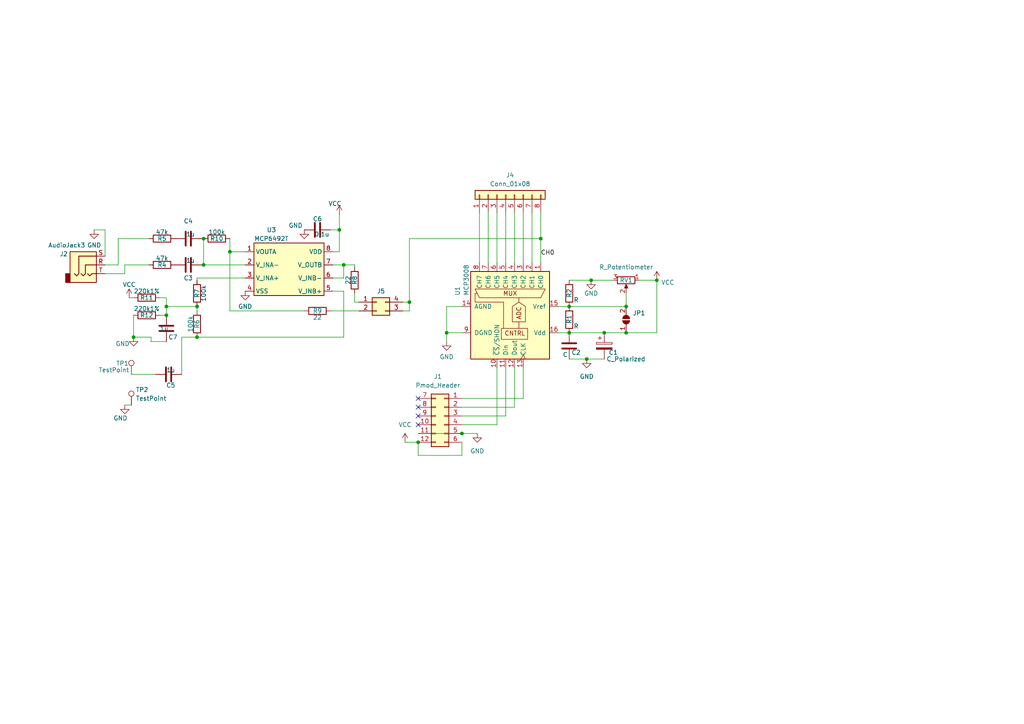
<source format=kicad_sch>
(kicad_sch (version 20230121) (generator eeschema)
  (paper "A4")
  (lib_symbols
    (symbol "Analog_ADC:MCP3008" (pin_names (offset 1.016))
      (property "Reference" "U" (at -5.08 13.335 0))
      (property "Value" "MCP3008" (at -5.08 11.43 0))
      (symbol "MCP3008_0_0"
        (text "ADC" (at -0.635 1.27 0) (effects (font (size 1.27 1.27))))
        (text "CNTRL" (at 5.969 -2.921 900) (effects (font (size 1.27 1.27)) (justify left bottom)))
        (text "MUX" (at -6.35 -1.27 900) (effects (font (size 1.27 1.27))))
      )
      (symbol "MCP3008_0_1"
        (polyline (pts (xy -3.81 1.27) (xy -5.08 1.27)))
        (polyline (pts (xy 1.905 1.27) (xy 3.81 1.27)))
        (polyline (pts (xy -7.62 8.89) (xy -7.62 -11.43) (xy -5.08 -10.16) (xy -5.08 7.62) (xy -7.62 8.89)))
        (polyline (pts (xy 3.81 -3.175) (xy -3.81 -3.175) (xy -3.81 -11.43) (xy -6.35 -11.43) (xy -6.35 -10.795)))
        (polyline (pts (xy 1.905 3.175) (xy 1.905 -0.635) (xy -2.54 -0.635) (xy -3.81 1.27) (xy -2.54 3.175) (xy 1.905 3.175)))
        (rectangle (start 3.81 -3.81) (end 6.985 3.81))
        (rectangle (start 12.7 -12.7) (end -12.7 10.16) (stroke (width 0.254)) (fill (type background)))
      )
      (symbol "MCP3008_1_1"
        (pin input line (at -15.24 7.62 0) (length 2.54) (name "CH0") (number "1"))
        (pin input line (at 15.24 -5.08 180) (length 2.54) (name "~{CS}/SHDN") (number "10"))
        (pin input line (at 15.24 -2.54 180) (length 2.54) (name "Din") (number "11"))
        (pin output line (at 15.24 0 180) (length 2.54) (name "Dout") (number "12"))
        (pin input clock (at 15.24 2.54 180) (length 2.54) (name "CLK") (number "13"))
        (pin power_in line (at -2.54 -15.24 90) (length 2.54) (name "AGND") (number "14"))
        (pin power_in line (at -2.54 12.7 270) (length 2.54) (name "Vref") (number "15"))
        (pin power_in line (at 5.08 12.7 270) (length 2.54) (name "Vdd") (number "16"))
        (pin input line (at -15.24 5.08 0) (length 2.54) (name "CH1") (number "2"))
        (pin input line (at -15.24 2.54 0) (length 2.54) (name "CH2") (number "3"))
        (pin input line (at -15.24 0 0) (length 2.54) (name "CH3") (number "4"))
        (pin input line (at -15.24 -2.54 0) (length 2.54) (name "CH4") (number "5"))
        (pin input line (at -15.24 -5.08 0) (length 2.54) (name "CH5") (number "6"))
        (pin input line (at -15.24 -7.62 0) (length 2.54) (name "CH6") (number "7"))
        (pin input line (at -15.24 -10.16 0) (length 2.54) (name "CH7") (number "8"))
        (pin power_in line (at 5.08 -15.24 90) (length 2.54) (name "DGND") (number "9"))
      )
    )
    (symbol "Connector:TestPoint" (pin_numbers hide) (pin_names (offset 0.762) hide)
      (property "Reference" "TP" (at 0 6.858 0))
      (property "Value" "TestPoint" (at 0 5.08 0))
      (symbol "TestPoint_0_1"
        (circle (center 0 3.302) (radius 0.762))
      )
      (symbol "TestPoint_1_1"
        (pin passive line (at 0 0 90) (length 2.54) (name "1") (number "1"))
      )
    )
    (symbol "Connector_Audio:AudioJack3"
      (property "Reference" "J" (at 0 8.89 0))
      (property "Value" "AudioJack3" (at 0 6.35 0))
      (symbol "AudioJack3_0_1"
        (rectangle (start -5.08 -5.08) (end -6.35 -2.54) (stroke (width 0.254)) (fill (type outline)))
        (polyline (pts (xy 0 -2.54) (xy 0.635 -3.175) (xy 1.27 -2.54) (xy 2.54 -2.54)) (stroke (width 0.254)))
        (polyline (pts (xy -1.905 -2.54) (xy -1.27 -3.175) (xy -0.635 -2.54) (xy -0.635 0) (xy 2.54 0)) (stroke (width 0.254)))
        (polyline (pts (xy 2.54 2.54) (xy -2.54 2.54) (xy -2.54 -2.54) (xy -3.175 -3.175) (xy -3.81 -2.54)) (stroke (width 0.254)))
        (rectangle (start 2.54 3.81) (end -5.08 -5.08) (stroke (width 0.254)) (fill (type background)))
      )
      (symbol "AudioJack3_1_1"
        (pin passive line (at 5.08 0 180) (length 2.54) (name "~") (number "R"))
        (pin passive line (at 5.08 2.54 180) (length 2.54) (name "~") (number "S"))
        (pin passive line (at 5.08 -2.54 180) (length 2.54) (name "~") (number "T"))
      )
    )
    (symbol "Connector_Generic:Conn_01x08" (pin_names (offset 1.016) hide)
      (property "Reference" "J" (at 0 10.16 0))
      (property "Value" "Conn_01x08" (at 0 -12.7 0))
      (symbol "Conn_01x08_1_1"
        (rectangle (start -1.27 -10.033) (end 0 -10.287) (stroke (width 0.1524)))
        (rectangle (start -1.27 -7.493) (end 0 -7.747) (stroke (width 0.1524)))
        (rectangle (start -1.27 -4.953) (end 0 -5.207) (stroke (width 0.1524)))
        (rectangle (start -1.27 -2.413) (end 0 -2.667) (stroke (width 0.1524)))
        (rectangle (start -1.27 0.127) (end 0 -0.127) (stroke (width 0.1524)))
        (rectangle (start -1.27 2.667) (end 0 2.413) (stroke (width 0.1524)))
        (rectangle (start -1.27 5.207) (end 0 4.953) (stroke (width 0.1524)))
        (rectangle (start -1.27 7.747) (end 0 7.493) (stroke (width 0.1524)))
        (rectangle (start -1.27 8.89) (end 1.27 -11.43) (stroke (width 0.254)) (fill (type background)))
        (pin passive line (at -5.08 7.62 0) (length 3.81) (name "Pin_1") (number "1"))
        (pin passive line (at -5.08 5.08 0) (length 3.81) (name "Pin_2") (number "2"))
        (pin passive line (at -5.08 2.54 0) (length 3.81) (name "Pin_3") (number "3"))
        (pin passive line (at -5.08 0 0) (length 3.81) (name "Pin_4") (number "4"))
        (pin passive line (at -5.08 -2.54 0) (length 3.81) (name "Pin_5") (number "5"))
        (pin passive line (at -5.08 -5.08 0) (length 3.81) (name "Pin_6") (number "6"))
        (pin passive line (at -5.08 -7.62 0) (length 3.81) (name "Pin_7") (number "7"))
        (pin passive line (at -5.08 -10.16 0) (length 3.81) (name "Pin_8") (number "8"))
      )
    )
    (symbol "Connector_Generic:Conn_02x02_Counter_Clockwise" (pin_names (offset 1.016) hide)
      (property "Reference" "J" (at 1.27 2.54 0))
      (property "Value" "Conn_02x02_Counter_Clockwise" (at 1.27 -5.08 0))
      (symbol "Conn_02x02_Counter_Clockwise_1_1"
        (rectangle (start -1.27 -2.413) (end 0 -2.667) (stroke (width 0.1524)))
        (rectangle (start -1.27 0.127) (end 0 -0.127) (stroke (width 0.1524)))
        (rectangle (start -1.27 1.27) (end 3.81 -3.81) (stroke (width 0.254)) (fill (type background)))
        (rectangle (start 3.81 -2.413) (end 2.54 -2.667) (stroke (width 0.1524)))
        (rectangle (start 3.81 0.127) (end 2.54 -0.127) (stroke (width 0.1524)))
        (pin passive line (at -5.08 0 0) (length 3.81) (name "Pin_1") (number "1"))
        (pin passive line (at -5.08 -2.54 0) (length 3.81) (name "Pin_2") (number "2"))
        (pin passive line (at 7.62 -2.54 180) (length 3.81) (name "Pin_3") (number "3"))
        (pin passive line (at 7.62 0 180) (length 3.81) (name "Pin_4") (number "4"))
      )
    )
    (symbol "Device:C" (pin_numbers hide) (pin_names (offset 0.254))
      (property "Reference" "C" (at 0.635 2.54 0))
      (property "Value" "C" (at 0.635 -2.54 0))
      (symbol "C_0_1"
        (polyline (pts (xy -2.032 -0.762) (xy 2.032 -0.762)) (stroke (width 0.508)))
        (polyline (pts (xy -2.032 0.762) (xy 2.032 0.762)) (stroke (width 0.508)))
      )
      (symbol "C_1_1"
        (pin passive line (at 0 3.81 270) (length 2.794) (name "~") (number "1"))
        (pin passive line (at 0 -3.81 90) (length 2.794) (name "~") (number "2"))
      )
    )
    (symbol "Device:C_Polarized" (pin_numbers hide) (pin_names (offset 0.254))
      (property "Reference" "C" (at 0.635 2.54 0))
      (property "Value" "C_Polarized" (at 0.635 -2.54 0))
      (symbol "C_Polarized_0_1"
        (rectangle (start -2.286 0.508) (end 2.286 1.016))
        (polyline (pts (xy -1.778 2.286) (xy -0.762 2.286)))
        (polyline (pts (xy -1.27 2.794) (xy -1.27 1.778)))
        (rectangle (start 2.286 -0.508) (end -2.286 -1.016) (fill (type outline)))
      )
      (symbol "C_Polarized_1_1"
        (pin passive line (at 0 3.81 270) (length 2.794) (name "~") (number "1"))
        (pin passive line (at 0 -3.81 90) (length 2.794) (name "~") (number "2"))
      )
    )
    (symbol "Device:R" (pin_numbers hide) (pin_names (offset 0))
      (property "Reference" "R" (at 2.032 0 90))
      (property "Value" "R" (at 0 0 90))
      (symbol "R_0_1"
        (rectangle (start -1.016 -2.54) (end 1.016 2.54) (stroke (width 0.254)))
      )
      (symbol "R_1_1"
        (pin passive line (at 0 3.81 270) (length 1.27) (name "~") (number "1"))
        (pin passive line (at 0 -3.81 90) (length 1.27) (name "~") (number "2"))
      )
    )
    (symbol "Device:R_Potentiometer" (pin_names (offset 1.016) hide)
      (property "Reference" "RV" (at -4.445 0 90))
      (property "Value" "R_Potentiometer" (at -2.54 0 90))
      (symbol "R_Potentiometer_0_1"
        (polyline (pts (xy 2.54 0) (xy 1.524 0)))
        (polyline (pts (xy 1.143 0) (xy 2.286 0.508) (xy 2.286 -0.508) (xy 1.143 0)) (fill (type outline)))
        (rectangle (start 1.016 2.54) (end -1.016 -2.54) (stroke (width 0.254)))
      )
      (symbol "R_Potentiometer_1_1"
        (pin passive line (at 0 3.81 270) (length 1.27) (name "1") (number "1"))
        (pin passive line (at 3.81 0 180) (length 1.27) (name "2") (number "2"))
        (pin passive line (at 0 -3.81 90) (length 1.27) (name "3") (number "3"))
      )
    )
    (symbol "Jumper:SolderJumper_2_Open" (pin_names (offset 0) hide)
      (property "Reference" "JP" (at 0 2.032 0))
      (property "Value" "SolderJumper_2_Open" (at 0 -2.54 0))
      (symbol "SolderJumper_2_Open_0_1"
        (arc (start -0.254 1.016) (mid -1.2656 0) (end -0.254 -1.016))
        (arc (start -0.254 1.016) (mid -1.2656 0) (end -0.254 -1.016) (fill (type outline)))
        (polyline (pts (xy -0.254 1.016) (xy -0.254 -1.016)))
        (polyline (pts (xy 0.254 1.016) (xy 0.254 -1.016)))
        (arc (start 0.254 -1.016) (mid 1.2656 0) (end 0.254 1.016))
        (arc (start 0.254 -1.016) (mid 1.2656 0) (end 0.254 1.016) (fill (type outline)))
      )
      (symbol "SolderJumper_2_Open_1_1"
        (pin passive line (at -3.81 0 0) (length 2.54) (name "A") (number "1"))
        (pin passive line (at 3.81 0 180) (length 2.54) (name "B") (number "2"))
      )
    )
    (symbol "Library:MCP6492T"
      (property "Reference" "U" (at 3.81 11.43 0))
      (property "Value" "MCP6492T" (at 3.81 8.89 0))
      (symbol "MCP6492T_0_1"
        (rectangle (start -10.16 -7.62) (end 10.16 7.62) (stroke (width 0.254)) (fill (type background)))
      )
      (symbol "MCP6492T_1_1"
        (pin output line (at -12.7 5.08 0) (length 2.54) (name "VOUTA") (number "1"))
        (pin input line (at -12.7 1.27 0) (length 2.54) (name "V_INA-") (number "2"))
        (pin input line (at -12.7 -2.54 0) (length 2.54) (name "V_INA+") (number "3"))
        (pin passive line (at -12.7 -6.35 0) (length 2.54) (name "VSS") (number "4"))
        (pin input line (at 12.7 -6.35 180) (length 2.54) (name "V_INB+") (number "5"))
        (pin input line (at 12.7 -2.54 180) (length 2.54) (name "V_INB-") (number "6"))
        (pin output line (at 12.7 1.27 180) (length 2.54) (name "V_OUTB") (number "7"))
        (pin power_in line (at 12.7 5.08 180) (length 2.54) (name "VDD") (number "8"))
      )
    )
    (symbol "MyLibrary:Pmod_Header" (pin_names (offset 1.016) hide)
      (property "Reference" "J" (at 1.27 7.62 0))
      (property "Value" "Pmod_Header" (at 1.27 -10.16 0))
      (symbol "Pmod_Header_1_1"
        (rectangle (start -1.27 -7.493) (end 0 -7.747) (stroke (width 0.1524)))
        (rectangle (start -1.27 -4.953) (end 0 -5.207) (stroke (width 0.1524)))
        (rectangle (start -1.27 -2.413) (end 0 -2.667) (stroke (width 0.1524)))
        (rectangle (start -1.27 0.127) (end 0 -0.127) (stroke (width 0.1524)))
        (rectangle (start -1.27 2.667) (end 0 2.413) (stroke (width 0.1524)))
        (rectangle (start -1.27 5.207) (end 0 4.953) (stroke (width 0.1524)))
        (rectangle (start -1.27 6.35) (end 3.81 -8.89) (stroke (width 0.254)) (fill (type background)))
        (rectangle (start 3.81 -7.493) (end 2.54 -7.747) (stroke (width 0.1524)))
        (rectangle (start 3.81 -4.953) (end 2.54 -5.207) (stroke (width 0.1524)))
        (rectangle (start 3.81 -2.413) (end 2.54 -2.667) (stroke (width 0.1524)))
        (rectangle (start 3.81 0.127) (end 2.54 -0.127) (stroke (width 0.1524)))
        (rectangle (start 3.81 2.667) (end 2.54 2.413) (stroke (width 0.1524)))
        (rectangle (start 3.81 5.207) (end 2.54 4.953) (stroke (width 0.1524)))
        (pin passive line (at 7.62 5.08 180) (length 3.81) (name "Pin_1") (number "1"))
        (pin passive line (at -5.08 -2.54 0) (length 3.81) (name "Pin_10") (number "10"))
        (pin passive line (at -5.08 -5.08 0) (length 3.81) (name "Pin_11") (number "11"))
        (pin power_in line (at -5.08 -7.62 0) (length 3.81) (name "Pin_12") (number "12"))
        (pin passive line (at 7.62 2.54 180) (length 3.81) (name "Pin_2") (number "2"))
        (pin passive line (at 7.62 0 180) (length 3.81) (name "Pin_3") (number "3"))
        (pin passive line (at 7.62 -2.54 180) (length 3.81) (name "Pin_4") (number "4"))
        (pin passive line (at 7.62 -5.08 180) (length 3.81) (name "Pin_5") (number "5"))
        (pin power_in line (at 7.62 -7.62 180) (length 3.81) (name "Pin_6") (number "6"))
        (pin passive line (at -5.08 5.08 0) (length 3.81) (name "Pin_7") (number "7"))
        (pin passive line (at -5.08 2.54 0) (length 3.81) (name "Pin_8") (number "8"))
        (pin passive line (at -5.08 0 0) (length 3.81) (name "Pin_9") (number "9"))
      )
    )
    (symbol "power:GND" (power) (pin_names (offset 0))
      (property "Value" "GND" (at 0 -3.81 0))
      (symbol "GND_0_1"
        (polyline (pts (xy 0 0) (xy 0 -1.27) (xy 1.27 -1.27) (xy 0 -2.54) (xy -1.27 -1.27) (xy 0 -1.27)))
      )
      (symbol "GND_1_1"
        (pin power_in line (at 0 0 270) (length 0) hide (name "GND") (number "1"))
      )
    )
    (symbol "power:VCC" (power) (pin_names (offset 0))
      (property "Value" "VCC" (at 0 3.81 0))
      (symbol "VCC_0_1"
        (polyline (pts (xy -0.762 1.27) (xy 0 2.54)))
        (polyline (pts (xy 0 0) (xy 0 2.54)))
        (polyline (pts (xy 0 2.54) (xy 0.762 1.27)))
      )
      (symbol "VCC_1_1"
        (pin power_in line (at 0 0 90) (length 0) hide (name "VCC") (number "1"))
      )
    )
  )
  (junction (at 181.61 96.52))
  (junction (at 121.285 128.27))
  (junction (at 165.1 96.52))
  (junction (at 99.695 76.835))
  (junction (at 171.45 81.28))
  (junction (at 156.845 69.215))
  (junction (at 98.425 66.675))
  (junction (at 181.61 88.9))
  (junction (at 165.1 88.9))
  (junction (at 48.26 88.9))
  (junction (at 57.15 88.9))
  (junction (at 133.985 125.73))
  (junction (at 170.18 104.14))
  (junction (at 48.26 91.44))
  (junction (at 38.735 97.79))
  (junction (at 66.675 73.025))
  (junction (at 129.54 96.52))
  (junction (at 57.15 97.79))
  (junction (at 59.055 76.835))
  (junction (at 175.26 96.52))
  (junction (at 118.745 87.63))
  (junction (at 59.055 69.215))
  (junction (at 190.5 81.28))
  (no_connect (at 121.285 120.65))
  (no_connect (at 121.285 115.57))
  (no_connect (at 121.285 123.19))
  (no_connect (at 121.285 118.11))
  (wire (pts (xy 48.26 88.9) (xy 48.26 86.36)))
  (wire (pts (xy 102.87 87.63) (xy 104.14 87.63)))
  (wire (pts (xy 154.305 61.595) (xy 154.305 76.2)))
  (wire (pts (xy 146.685 120.65) (xy 146.685 106.68)))
  (wire (pts (xy 43.815 97.79) (xy 43.815 99.06)))
  (wire (pts (xy 34.29 76.835) (xy 30.48 76.835)))
  (wire (pts (xy 161.925 88.9) (xy 165.1 88.9)))
  (wire (pts (xy 118.745 69.215) (xy 156.845 69.215)))
  (wire (pts (xy 149.225 61.595) (xy 149.225 76.2)))
  (wire (pts (xy 118.745 87.63) (xy 116.84 87.63)))
  (wire (pts (xy 117.475 128.27) (xy 121.285 128.27)))
  (wire (pts (xy 98.425 73.025) (xy 98.425 66.675)))
  (wire (pts (xy 98.425 66.675) (xy 98.425 62.23)))
  (wire (pts (xy 118.745 90.17) (xy 118.745 87.63)))
  (wire (pts (xy 165.1 88.9) (xy 181.61 88.9)))
  (wire (pts (xy 57.15 80.645) (xy 71.12 80.645)))
  (wire (pts (xy 30.48 79.375) (xy 36.195 79.375)))
  (wire (pts (xy 46.355 91.44) (xy 48.26 91.44)))
  (wire (pts (xy 34.29 69.215) (xy 34.29 76.835)))
  (wire (pts (xy 59.055 76.835) (xy 71.12 76.835)))
  (wire (pts (xy 57.15 88.9) (xy 57.15 90.17)))
  (wire (pts (xy 102.87 76.835) (xy 102.87 77.47)))
  (wire (pts (xy 34.29 69.215) (xy 43.18 69.215)))
  (wire (pts (xy 165.1 96.52) (xy 175.26 96.52)))
  (wire (pts (xy 52.705 108.585) (xy 52.705 97.79)))
  (wire (pts (xy 133.985 120.65) (xy 146.685 120.65)))
  (wire (pts (xy 151.765 61.595) (xy 151.765 76.2)))
  (wire (pts (xy 48.26 91.44) (xy 48.26 88.9)))
  (wire (pts (xy 146.685 61.595) (xy 146.685 76.2)))
  (wire (pts (xy 175.26 104.14) (xy 170.18 104.14)))
  (wire (pts (xy 27.305 66.675) (xy 30.48 66.675)))
  (wire (pts (xy 99.695 84.455) (xy 96.52 84.455)))
  (wire (pts (xy 96.52 73.025) (xy 98.425 73.025)))
  (wire (pts (xy 161.925 96.52) (xy 165.1 96.52)))
  (wire (pts (xy 37.465 86.36) (xy 38.735 86.36)))
  (wire (pts (xy 133.985 123.19) (xy 144.145 123.19)))
  (wire (pts (xy 156.845 61.595) (xy 156.845 69.215)))
  (wire (pts (xy 48.26 88.9) (xy 57.15 88.9)))
  (wire (pts (xy 139.065 61.595) (xy 139.065 76.2)))
  (wire (pts (xy 38.735 97.79) (xy 38.735 91.44)))
  (wire (pts (xy 57.15 81.28) (xy 57.15 80.645)))
  (wire (pts (xy 133.985 115.57) (xy 151.765 115.57)))
  (wire (pts (xy 165.1 81.28) (xy 171.45 81.28)))
  (wire (pts (xy 30.48 66.675) (xy 30.48 74.295)))
  (wire (pts (xy 121.285 128.27) (xy 121.285 132.08)))
  (wire (pts (xy 38.735 97.79) (xy 43.815 97.79)))
  (wire (pts (xy 175.26 96.52) (xy 181.61 96.52)))
  (wire (pts (xy 141.605 61.595) (xy 141.605 76.2)))
  (wire (pts (xy 181.61 96.52) (xy 190.5 96.52)))
  (wire (pts (xy 52.705 97.79) (xy 57.15 97.79)))
  (wire (pts (xy 171.45 81.28) (xy 177.8 81.28)))
  (wire (pts (xy 170.18 104.14) (xy 165.1 104.14)))
  (wire (pts (xy 102.87 85.09) (xy 102.87 87.63)))
  (wire (pts (xy 144.145 61.595) (xy 144.145 76.2)))
  (wire (pts (xy 66.675 73.025) (xy 66.675 90.17)))
  (wire (pts (xy 95.885 90.17) (xy 104.14 90.17)))
  (wire (pts (xy 190.5 81.28) (xy 190.5 96.52)))
  (wire (pts (xy 71.12 73.025) (xy 66.675 73.025)))
  (wire (pts (xy 96.52 76.835) (xy 99.695 76.835)))
  (wire (pts (xy 181.61 85.09) (xy 181.61 88.9)))
  (wire (pts (xy 58.42 69.215) (xy 59.055 69.215)))
  (wire (pts (xy 129.54 99.06) (xy 129.54 96.52)))
  (wire (pts (xy 99.695 80.645) (xy 96.52 80.645)))
  (wire (pts (xy 129.54 96.52) (xy 133.985 96.52)))
  (wire (pts (xy 129.54 96.52) (xy 129.54 88.9)))
  (wire (pts (xy 116.84 90.17) (xy 118.745 90.17)))
  (wire (pts (xy 99.695 97.79) (xy 99.695 84.455)))
  (wire (pts (xy 121.285 125.73) (xy 133.985 125.73)))
  (wire (pts (xy 95.885 66.675) (xy 98.425 66.675)))
  (wire (pts (xy 185.42 81.28) (xy 190.5 81.28)))
  (wire (pts (xy 121.285 132.08) (xy 133.985 132.08)))
  (wire (pts (xy 151.765 106.68) (xy 151.765 115.57)))
  (wire (pts (xy 144.145 123.19) (xy 144.145 106.68)))
  (wire (pts (xy 36.195 117.475) (xy 38.1 117.475)))
  (wire (pts (xy 133.985 125.73) (xy 138.43 125.73)))
  (wire (pts (xy 129.54 88.9) (xy 133.985 88.9)))
  (wire (pts (xy 149.225 118.11) (xy 149.225 106.68)))
  (wire (pts (xy 36.195 76.835) (xy 43.18 76.835)))
  (wire (pts (xy 48.26 86.36) (xy 46.355 86.36)))
  (wire (pts (xy 66.675 90.17) (xy 88.265 90.17)))
  (wire (pts (xy 133.985 118.11) (xy 149.225 118.11)))
  (wire (pts (xy 99.695 76.835) (xy 102.87 76.835)))
  (wire (pts (xy 58.42 76.835) (xy 59.055 76.835)))
  (wire (pts (xy 36.195 76.835) (xy 36.195 79.375)))
  (wire (pts (xy 59.055 69.215) (xy 59.055 76.835)))
  (wire (pts (xy 133.985 132.08) (xy 133.985 128.27)))
  (wire (pts (xy 43.815 99.06) (xy 48.26 99.06)))
  (wire (pts (xy 66.675 69.215) (xy 66.675 73.025)))
  (wire (pts (xy 118.745 87.63) (xy 118.745 69.215)))
  (wire (pts (xy 57.15 97.79) (xy 99.695 97.79)))
  (wire (pts (xy 156.845 69.215) (xy 156.845 76.2)))
  (wire (pts (xy 99.695 76.835) (xy 99.695 80.645)))
  (wire (pts (xy 38.1 108.585) (xy 45.085 108.585)))
  (label "CH0" (at 156.845 74.295 0))
  (symbol (lib_id "Device:C") (at 48.895 108.585 90) (unit 1)
    (property "Reference" "C5" (at 49.53 111.76 90))
    (property "Value" "1u" (at 49.53 107.315 90))
    (property "Footprint" "Capacitor_SMD:C_0603_1608Metric_Pad1.08x0.95mm_HandSolder" (effects hide))
  )
  (symbol (lib_id "Device:R") (at 46.99 69.215 90) (unit 1)
    (property "Reference" "R5" (at 46.99 69.215 90))
    (property "Value" "47k" (at 46.99 67.31 90))
    (property "Footprint" "Resistor_SMD:R_0603_1608Metric_Pad0.98x0.95mm_HandSolder" (effects hide))
  )
  (symbol (lib_id "Device:C") (at 48.26 95.25 180) (unit 1)
    (property "Reference" "C7" (at 50.165 97.79 0))
    (property "Value" "1u" (at 47.625 95.25 0))
    (property "Footprint" "Capacitor_SMD:C_0603_1608Metric_Pad1.08x0.95mm_HandSolder" (effects hide))
  )
  (symbol (lib_id "Device:R") (at 42.545 86.36 90) (unit 1)
    (property "Reference" "R11" (at 42.545 86.36 90))
    (property "Value" "220k1%" (at 42.545 84.455 90))
    (property "Footprint" "Resistor_SMD:R_0603_1608Metric_Pad0.98x0.95mm_HandSolder" (effects hide))
  )
  (symbol (lib_id "power:GND") (at 138.43 125.73 0) (unit 1)
    (property "Reference" "#PWR015" (effects hide))
    (property "Value" "GND" (at 138.43 130.81 0))
  )
  (symbol (lib_id "Connector:TestPoint") (at 38.1 117.475 0) (unit 1)
    (property "Reference" "TP2" (at 39.37 113.03 0) (effects (justify left)))
    (property "Value" "TestPoint" (at 39.37 115.57 0) (effects (justify left)))
    (property "Footprint" "TestPoint:TestPoint_THTPad_1.5x1.5mm_Drill0.7mm" (effects hide))
  )
  (symbol (lib_id "power:GND") (at 129.54 99.06 0) (unit 1)
    (property "Reference" "#PWR01" (effects hide))
    (property "Value" "GND" (at 129.54 103.505 0))
  )
  (symbol (lib_id "power:GND") (at 171.45 81.28 0) (unit 1)
    (property "Reference" "#PWR03" (effects hide))
    (property "Value" "GND" (at 171.45 85.09 0))
  )
  (symbol (lib_id "power:GND") (at 27.305 66.675 0) (unit 1)
    (property "Reference" "#PWR05" (effects hide))
    (property "Value" "GND" (at 27.305 71.12 0))
  )
  (symbol (lib_id "MyLibrary:Pmod_Header") (at 126.365 120.65 0) (unit 1)
    (property "Reference" "J1" (at 127 109.22 0))
    (property "Value" "Pmod_Header" (at 127 111.76 0))
    (property "Footprint" "Connector_PinHeader_2.54mm:PinHeader_2x06_P2.54mm_Horizontal" (effects hide))
  )
  (symbol (lib_id "Device:C") (at 54.61 76.835 90) (unit 1)
    (property "Reference" "C3" (at 54.61 80.645 90))
    (property "Value" "1u" (at 55.245 75.565 90))
    (property "Footprint" "Capacitor_SMD:C_0603_1608Metric_Pad1.08x0.95mm_HandSolder" (effects hide))
  )
  (symbol (lib_id "power:GND") (at 38.735 97.79 0) (unit 1)
    (property "Reference" "#PWR012" (effects hide))
    (property "Value" "GND" (at 35.56 99.695 0))
  )
  (symbol (lib_id "power:GND") (at 36.195 117.475 0) (unit 1)
    (property "Reference" "#PWR07" (effects hide))
    (property "Value" "GND" (at 34.925 121.285 0))
  )
  (symbol (lib_id "Device:R") (at 165.1 92.71 0) (unit 1)
    (property "Reference" "R1" (at 165.1 93.98 90) (effects (justify left)))
    (property "Value" "R" (at 166.37 94.615 0) (effects (justify left)))
    (property "Footprint" "Resistor_SMD:R_0603_1608Metric_Pad0.98x0.95mm_HandSolder" (effects hide))
  )
  (symbol (lib_id "Analog_ADC:MCP3008") (at 149.225 91.44 270) (unit 1)
    (property "Reference" "U1" (at 132.715 85.7503 0) (effects (justify right)))
    (property "Value" "MCP3008" (at 135.255 85.7503 0) (effects (justify right)))
    (property "Footprint" "Package_DIP:DIP-16_W7.62mm" (effects hide))
    (property "Datasheet" "http://ww1.microchip.com/downloads/en/DeviceDoc/21295d.pdf" (effects hide))
  )
  (symbol (lib_id "Device:C_Polarized") (at 175.26 100.33 0) (unit 1)
    (property "Reference" "C1" (at 176.53 102.235 0) (effects (justify left)))
    (property "Value" "C_Polarized" (at 175.895 104.14 0) (effects (justify left)))
    (property "Footprint" "Capacitor_THT:CP_Radial_D8.0mm_P3.50mm" (effects hide))
  )
  (symbol (lib_id "Device:R") (at 42.545 91.44 90) (unit 1)
    (property "Reference" "R12" (at 42.545 91.44 90))
    (property "Value" "220k1%" (at 42.545 89.535 90))
    (property "Footprint" "Resistor_SMD:R_0603_1608Metric_Pad0.98x0.95mm_HandSolder" (effects hide))
  )
  (symbol (lib_id "power:VCC") (at 98.425 62.23 0) (unit 1)
    (property "Reference" "#PWR08" (effects hide))
    (property "Value" "VCC" (at 97.155 59.055 0))
  )
  (symbol (lib_id "Library:MCP6492T") (at 83.82 78.105 0) (unit 1)
    (property "Reference" "U3" (at 78.74 66.675 0))
    (property "Value" "MCP6492T" (at 78.74 69.215 0))
    (property "Footprint" "Package_SO:SOIC-8_3.9x4.9mm_P1.27mm" (effects hide))
  )
  (symbol (lib_id "Connector:TestPoint") (at 38.1 108.585 0) (unit 1)
    (property "Reference" "TP1" (at 33.655 105.41 0) (effects (justify left)))
    (property "Value" "TestPoint" (at 28.575 107.315 0) (effects (justify left)))
    (property "Footprint" "TestPoint:TestPoint_THTPad_1.5x1.5mm_Drill0.7mm" (effects hide))
  )
  (symbol (lib_id "power:VCC") (at 37.465 86.36 0) (unit 1)
    (property "Reference" "#PWR011" (effects hide))
    (property "Value" "VCC" (at 37.465 82.55 0))
  )
  (symbol (lib_id "Device:R") (at 57.15 85.09 0) (unit 1)
    (property "Reference" "R7" (at 57.15 85.09 90))
    (property "Value" "100k" (at 59.055 85.09 90))
    (property "Footprint" "Resistor_SMD:R_0603_1608Metric_Pad0.98x0.95mm_HandSolder" (effects hide))
  )
  (symbol (lib_id "Device:C") (at 92.075 66.675 270) (unit 1)
    (property "Reference" "C6" (at 92.075 63.5 90))
    (property "Value" "0.1u" (at 93.345 67.945 90))
    (property "Footprint" "Capacitor_SMD:C_0603_1608Metric_Pad1.08x0.95mm_HandSolder" (effects hide))
  )
  (symbol (lib_id "power:VCC") (at 190.5 81.28 0) (unit 1)
    (property "Reference" "#PWR02" (effects hide))
    (property "Value" "VCC" (at 193.675 81.915 0))
  )
  (symbol (lib_id "power:GND") (at 170.18 104.14 0) (unit 1)
    (property "Reference" "#PWR04" (effects hide))
    (property "Value" "GND" (at 170.18 109.22 0))
  )
  (symbol (lib_id "Device:R") (at 62.865 69.215 90) (unit 1)
    (property "Reference" "R10" (at 62.865 69.215 90))
    (property "Value" "100k" (at 62.865 67.31 90))
    (property "Footprint" "Resistor_SMD:R_0603_1608Metric_Pad0.98x0.95mm_HandSolder" (effects hide))
  )
  (symbol (lib_id "Device:C") (at 165.1 100.33 0) (unit 1)
    (property "Reference" "C2" (at 165.735 102.235 0) (effects (justify left)))
    (property "Value" "C" (at 163.195 102.87 0) (effects (justify left)))
    (property "Footprint" "Capacitor_SMD:C_0603_1608Metric_Pad1.08x0.95mm_HandSolder" (effects hide))
  )
  (symbol (lib_id "power:VCC") (at 117.475 128.27 0) (unit 1)
    (property "Reference" "#PWR014" (effects hide))
    (property "Value" "VCC" (at 117.475 123.19 0))
  )
  (symbol (lib_id "Device:R") (at 57.15 93.98 180) (unit 1)
    (property "Reference" "R6" (at 57.15 93.98 90))
    (property "Value" "100k" (at 55.245 93.98 90))
    (property "Footprint" "Resistor_SMD:R_0603_1608Metric_Pad0.98x0.95mm_HandSolder" (effects hide))
  )
  (symbol (lib_id "Device:R") (at 102.87 81.28 180) (unit 1)
    (property "Reference" "R8" (at 102.87 81.28 90))
    (property "Value" "22" (at 100.965 81.28 90))
    (property "Footprint" "Resistor_SMD:R_0603_1608Metric_Pad0.98x0.95mm_HandSolder" (effects hide))
  )
  (symbol (lib_id "Connector_Audio:AudioJack3") (at 25.4 76.835 0) (unit 1)
    (property "Reference" "J2" (at 19.685 73.66 0) (effects (justify right)))
    (property "Value" "AudioJack3" (at 24.765 71.12 0) (effects (justify right)))
    (property "Footprint" "Connector_Audio:Jack_3.5mm_Switronic_ST-005-G_horizontal" (effects hide))
  )
  (symbol (lib_id "power:GND") (at 71.12 84.455 0) (unit 1)
    (property "Reference" "#PWR09" (effects hide))
    (property "Value" "GND" (at 71.12 88.9 0))
  )
  (symbol (lib_id "Device:R_Potentiometer") (at 181.61 81.28 270) (unit 1)
    (property "Reference" "RV1" (at 181.61 81.28 90))
    (property "Value" "R_Potentiometer" (at 181.61 77.47 90))
    (property "Footprint" "samacsys:TSR3296W203R" (effects hide))
  )
  (symbol (lib_id "Device:C") (at 54.61 69.215 90) (unit 1)
    (property "Reference" "C4" (at 54.61 64.135 90))
    (property "Value" "1u" (at 55.245 67.945 90))
    (property "Footprint" "Capacitor_SMD:C_0603_1608Metric_Pad1.08x0.95mm_HandSolder" (effects hide))
  )
  (symbol (lib_id "power:GND") (at 88.265 66.675 0) (unit 1)
    (property "Reference" "#PWR010" (effects hide))
    (property "Value" "GND" (at 85.725 65.405 0))
  )
  (symbol (lib_id "Device:R") (at 92.075 90.17 270) (unit 1)
    (property "Reference" "R9" (at 92.075 90.17 90))
    (property "Value" "22" (at 92.075 92.075 90))
    (property "Footprint" "Resistor_SMD:R_0603_1608Metric_Pad0.98x0.95mm_HandSolder" (effects hide))
  )
  (symbol (lib_id "Connector_Generic:Conn_01x08") (at 146.685 56.515 90) (unit 1)
    (property "Reference" "J4" (at 147.955 50.8 90))
    (property "Value" "Conn_01x08" (at 147.955 53.34 90))
    (property "Footprint" "TerminalBlock_RND:TerminalBlock_RND_205-00238_1x08_P5.08mm_Horizontal" (effects hide))
  )
  (symbol (lib_id "Device:R") (at 165.1 85.09 0) (unit 1)
    (property "Reference" "R2" (at 165.1 86.36 90) (effects (justify left)))
    (property "Value" "R" (at 166.37 86.995 0) (effects (justify left)))
    (property "Footprint" "Resistor_SMD:R_0603_1608Metric_Pad0.98x0.95mm_HandSolder" (effects hide))
  )
  (symbol (lib_id "Jumper:SolderJumper_2_Open") (at 181.61 92.71 90) (unit 1)
    (property "Reference" "JP1" (at 183.515 90.805 90) (effects (justify right)))
    (property "Value" "SolderJumper_2_Open" (effects hide))
    (property "Footprint" "Jumper:SolderJumper-2_P1.3mm_Open_TrianglePad1.0x1.5mm" (effects hide))
  )
  (symbol (lib_id "Device:R") (at 46.99 76.835 90) (unit 1)
    (property "Reference" "R4" (at 46.99 76.835 90))
    (property "Value" "47k" (at 46.99 74.93 90))
    (property "Footprint" "Resistor_SMD:R_0603_1608Metric_Pad0.98x0.95mm_HandSolder" (effects hide))
  )
  (symbol (lib_id "Connector_Generic:Conn_02x02_Counter_Clockwise") (at 109.22 87.63 0) (unit 1)
    (property "Reference" "J5" (at 110.49 84.455 0))
    (property "Value" "Conn_02x02_Counter_Clockwise" (effects hide))
    (property "Footprint" "Connector_PinHeader_2.54mm:PinHeader_2x02_P2.54mm_Vertical" (effects hide))
  )
)
</source>
